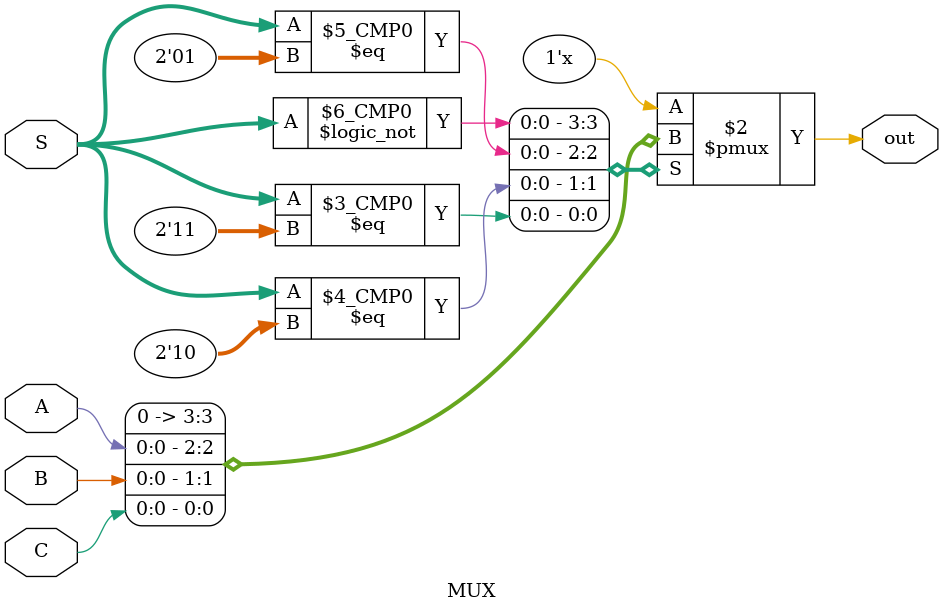
<source format=v>
module MUX (A,B,C,S,out);

parameter widthA=1;
parameter widthB=1;
parameter widthC=1;
parameter widthout=1;

input [widthA-1:0] A;
input [widthB-1:0] B;
input [widthC-1:0] C;
input [1:0] S;
output reg [widthout-1:0] out;

always @(*) begin
    case (S)
        2'b00:out<=0;
        2'b01:out<=A;
        2'b10:out<=B;
        2'b11:out<=C;
    endcase
end

endmodule //MUX
</source>
